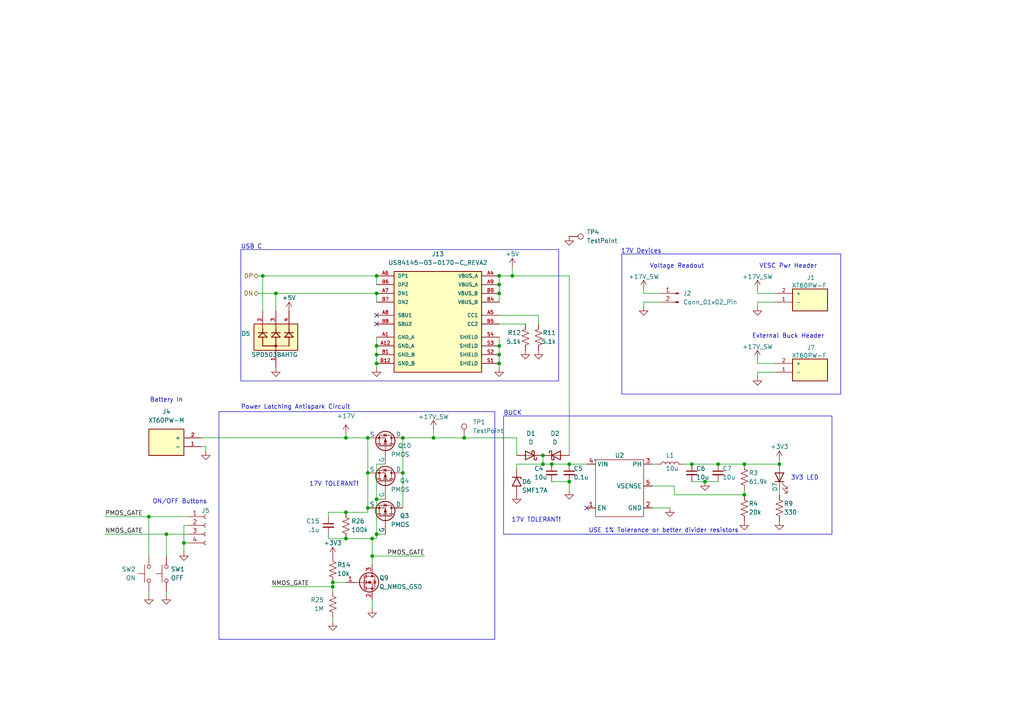
<source format=kicad_sch>
(kicad_sch (version 20231120) (generator "eeschema") (generator_version "8.0")
  (paper "A4")
  (lib_symbols
    (symbol "Connector:Conn_01x02_Pin" (pin_names (offset 1.016) hide)
      (property "Reference" "J" (at 0 2.54 0))
      (property "Value" "Conn_01x02_Pin" (at 0 -5.08 0))
      (symbol "Conn_01x02_Pin_1_1"
        (polyline (pts (xy 1.27 -2.54) (xy 0.8636 -2.54)) (stroke (width 0.1524)))
        (polyline (pts (xy 1.27 0) (xy 0.8636 0)) (stroke (width 0.1524)))
        (rectangle (start 0.8636 -2.413) (end 0 -2.667) (stroke (width 0.1524)) (fill (type outline)))
        (rectangle (start 0.8636 0.127) (end 0 -0.127) (stroke (width 0.1524)) (fill (type outline)))
        (pin passive line (at 5.08 0 180) (length 3.81) (name "Pin_1") (number "1"))
        (pin passive line (at 5.08 -2.54 180) (length 3.81) (name "Pin_2") (number "2"))
      )
    )
    (symbol "Connector:Conn_01x04_Socket" (pin_names (offset 1.016) hide)
      (property "Reference" "J" (at 0 5.08 0))
      (property "Value" "Conn_01x04_Socket" (at 0 -7.62 0))
      (symbol "Conn_01x04_Socket_1_1"
        (arc (start 0 -4.572) (mid -0.5058 -5.08) (end 0 -5.588) (stroke (width 0.1524)))
        (arc (start 0 -2.032) (mid -0.5058 -2.54) (end 0 -3.048) (stroke (width 0.1524)))
        (polyline (pts (xy -1.27 -5.08) (xy -0.508 -5.08)) (stroke (width 0.1524)))
        (polyline (pts (xy -1.27 -2.54) (xy -0.508 -2.54)) (stroke (width 0.1524)))
        (polyline (pts (xy -1.27 0) (xy -0.508 0)) (stroke (width 0.1524)))
        (polyline (pts (xy -1.27 2.54) (xy -0.508 2.54)) (stroke (width 0.1524)))
        (arc (start 0 0.508) (mid -0.5058 0) (end 0 -0.508) (stroke (width 0.1524)))
        (arc (start 0 3.048) (mid -0.5058 2.54) (end 0 2.032) (stroke (width 0.1524)))
        (pin passive line (at -5.08 2.54 0) (length 3.81) (name "Pin_1") (number "1"))
        (pin passive line (at -5.08 0 0) (length 3.81) (name "Pin_2") (number "2"))
        (pin passive line (at -5.08 -2.54 0) (length 3.81) (name "Pin_3") (number "3"))
        (pin passive line (at -5.08 -5.08 0) (length 3.81) (name "Pin_4") (number "4"))
      )
    )
    (symbol "Connector:TestPoint" (pin_numbers hide) (pin_names (offset 0.762) hide)
      (property "Reference" "TP" (at 0 6.858 0))
      (property "Value" "TestPoint" (at 0 5.08 0))
      (symbol "TestPoint_0_1"
        (circle (center 0 3.302) (radius 0.762))
      )
      (symbol "TestPoint_1_1"
        (pin passive line (at 0 0 90) (length 2.54) (name "1") (number "1"))
      )
    )
    (symbol "Custom Symbols:USB4145-03-0170-C_REVA2" (pin_names (offset 1.016))
      (property "Reference" "J" (at -12.7 10.16 0))
      (property "Value" "USB4145-03-0170-C" (at -13.97 -21.59 0))
      (symbol "USB4145-03-0170-C_REVA2_0_0"
        (rectangle (start -12.7 10.16) (end 12.7 -19.05) (stroke (width 0.254)) (fill (type background)))
        (pin power_in line (at -17.78 -8.89 0) (length 5.08) (name "GND_A") (number "A1"))
        (pin power_in line (at -17.78 -11.43 0) (length 5.08) (name "GND_A") (number "A12"))
        (pin power_in line (at 17.78 8.89 180) (length 5.08) (name "VBUS_A") (number "A4"))
        (pin bidirectional line (at 17.78 -2.54 180) (length 5.08) (name "CC1") (number "A5"))
        (pin bidirectional line (at -17.78 8.89 0) (length 5.08) (name "DP1") (number "A6"))
        (pin bidirectional line (at -17.78 3.81 0) (length 5.08) (name "DN1") (number "A7"))
        (pin bidirectional line (at -17.78 -2.54 0) (length 5.08) (name "SBU1") (number "A8"))
        (pin power_in line (at 17.78 6.35 180) (length 5.08) (name "VBUS_A") (number "A9"))
        (pin power_in line (at -17.78 -13.97 0) (length 5.08) (name "GND_B") (number "B1"))
        (pin power_in line (at -17.78 -16.51 0) (length 5.08) (name "GND_B") (number "B12"))
        (pin power_in line (at 17.78 1.27 180) (length 5.08) (name "VBUS_B") (number "B4"))
        (pin bidirectional line (at 17.78 -5.08 180) (length 5.08) (name "CC2") (number "B5"))
        (pin bidirectional line (at -17.78 6.35 0) (length 5.08) (name "DP2") (number "B6"))
        (pin bidirectional line (at -17.78 1.27 0) (length 5.08) (name "DN2") (number "B7"))
        (pin bidirectional line (at -17.78 -5.08 0) (length 5.08) (name "SBU2") (number "B8"))
        (pin power_in line (at 17.78 3.81 180) (length 5.08) (name "VBUS_B") (number "B9"))
        (pin passive line (at 17.78 -16.51 180) (length 5.08) (name "SHIELD") (number "S1"))
        (pin passive line (at 17.78 -13.97 180) (length 5.08) (name "SHIELD") (number "S2"))
        (pin passive line (at 17.78 -11.43 180) (length 5.08) (name "SHIELD") (number "S3"))
        (pin passive line (at 17.78 -8.89 180) (length 5.08) (name "SHIELD") (number "S4"))
      )
    )
    (symbol "Device:C_Small" (pin_numbers hide) (pin_names (offset 0.254) hide)
      (property "Reference" "C" (at 0.254 1.778 0))
      (property "Value" "C_Small" (at 0.254 -2.032 0))
      (symbol "C_Small_0_1"
        (polyline (pts (xy -1.524 -0.508) (xy 1.524 -0.508)) (stroke (width 0.3302)))
        (polyline (pts (xy -1.524 0.508) (xy 1.524 0.508)) (stroke (width 0.3048)))
      )
      (symbol "C_Small_1_1"
        (pin passive line (at 0 2.54 270) (length 2.032) (name "~") (number "1"))
        (pin passive line (at 0 -2.54 90) (length 2.032) (name "~") (number "2"))
      )
    )
    (symbol "Device:D_Schottky" (pin_numbers hide) (pin_names (offset 1.016) hide)
      (property "Reference" "D" (at 0 2.54 0))
      (property "Value" "D_Schottky" (at 0 -2.54 0))
      (symbol "D_Schottky_0_1"
        (polyline (pts (xy 1.27 0) (xy -1.27 0)))
        (polyline (pts (xy 1.27 1.27) (xy 1.27 -1.27) (xy -1.27 0) (xy 1.27 1.27)) (stroke (width 0.254)))
        (polyline (pts (xy -1.905 0.635) (xy -1.905 1.27) (xy -1.27 1.27) (xy -1.27 -1.27) (xy -0.635 -1.27) (xy -0.635 -0.635)) (stroke (width 0.254)))
      )
      (symbol "D_Schottky_1_1"
        (pin passive line (at -3.81 0 0) (length 2.54) (name "K") (number "1"))
        (pin passive line (at 3.81 0 180) (length 2.54) (name "A") (number "2"))
      )
    )
    (symbol "Device:L" (pin_numbers hide) (pin_names (offset 1.016) hide)
      (property "Reference" "L" (at -1.27 0 90))
      (property "Value" "L" (at 1.905 0 90))
      (symbol "L_0_1"
        (arc (start 0 -2.54) (mid 0.6323 -1.905) (end 0 -1.27))
        (arc (start 0 -1.27) (mid 0.6323 -0.635) (end 0 0))
        (arc (start 0 0) (mid 0.6323 0.635) (end 0 1.27))
        (arc (start 0 1.27) (mid 0.6323 1.905) (end 0 2.54))
      )
      (symbol "L_1_1"
        (pin passive line (at 0 3.81 270) (length 1.27) (name "1") (number "1"))
        (pin passive line (at 0 -3.81 90) (length 1.27) (name "2") (number "2"))
      )
    )
    (symbol "Device:LED" (pin_numbers hide) (pin_names (offset 1.016) hide)
      (property "Reference" "D" (at 0 2.54 0))
      (property "Value" "LED" (at 0 -2.54 0))
      (symbol "LED_0_1"
        (polyline (pts (xy -1.27 -1.27) (xy -1.27 1.27)) (stroke (width 0.254)))
        (polyline (pts (xy -1.27 0) (xy 1.27 0)))
        (polyline (pts (xy 1.27 -1.27) (xy 1.27 1.27) (xy -1.27 0) (xy 1.27 -1.27)) (stroke (width 0.254)))
        (polyline (pts (xy -3.048 -0.762) (xy -4.572 -2.286) (xy -3.81 -2.286) (xy -4.572 -2.286) (xy -4.572 -1.524)))
        (polyline (pts (xy -1.778 -0.762) (xy -3.302 -2.286) (xy -2.54 -2.286) (xy -3.302 -2.286) (xy -3.302 -1.524)))
      )
      (symbol "LED_1_1"
        (pin passive line (at -3.81 0 0) (length 2.54) (name "K") (number "1"))
        (pin passive line (at 3.81 0 180) (length 2.54) (name "A") (number "2"))
      )
    )
    (symbol "Device:Q_NMOS_GSD" (pin_names (offset 0) hide)
      (property "Reference" "Q" (at 5.08 1.27 0))
      (property "Value" "Q_NMOS_GSD" (at 5.08 -1.27 0))
      (symbol "Q_NMOS_GSD_0_1"
        (polyline (pts (xy 0.254 0) (xy -2.54 0)))
        (polyline (pts (xy 0.254 1.905) (xy 0.254 -1.905)) (stroke (width 0.254)))
        (polyline (pts (xy 0.762 -1.27) (xy 0.762 -2.286)) (stroke (width 0.254)))
        (polyline (pts (xy 0.762 0.508) (xy 0.762 -0.508)) (stroke (width 0.254)))
        (polyline (pts (xy 0.762 2.286) (xy 0.762 1.27)) (stroke (width 0.254)))
        (polyline (pts (xy 2.54 2.54) (xy 2.54 1.778)))
        (polyline (pts (xy 2.54 -2.54) (xy 2.54 0) (xy 0.762 0)))
        (polyline (pts (xy 0.762 -1.778) (xy 3.302 -1.778) (xy 3.302 1.778) (xy 0.762 1.778)))
        (polyline (pts (xy 1.016 0) (xy 2.032 0.381) (xy 2.032 -0.381) (xy 1.016 0)) (fill (type outline)))
        (polyline (pts (xy 2.794 0.508) (xy 2.921 0.381) (xy 3.683 0.381) (xy 3.81 0.254)))
        (polyline (pts (xy 3.302 0.381) (xy 2.921 -0.254) (xy 3.683 -0.254) (xy 3.302 0.381)))
        (circle (center 1.651 0) (radius 2.794) (stroke (width 0.254)))
        (circle (center 2.54 -1.778) (radius 0.254) (fill (type outline)))
        (circle (center 2.54 1.778) (radius 0.254) (fill (type outline)))
      )
      (symbol "Q_NMOS_GSD_1_1"
        (pin input line (at -5.08 0 0) (length 2.54) (name "G") (number "1"))
        (pin passive line (at 2.54 -5.08 90) (length 2.54) (name "S") (number "2"))
        (pin passive line (at 2.54 5.08 270) (length 2.54) (name "D") (number "3"))
      )
    )
    (symbol "Device:R_US" (pin_numbers hide) (pin_names (offset 0))
      (property "Reference" "R" (at 2.54 0 90))
      (property "Value" "R" (at -2.54 0 90))
      (symbol "R_US_0_1"
        (polyline (pts (xy 0 -2.286) (xy 0 -2.54)))
        (polyline (pts (xy 0 2.286) (xy 0 2.54)))
        (polyline (pts (xy 0 -0.762) (xy 1.016 -1.143) (xy 0 -1.524) (xy -1.016 -1.905) (xy 0 -2.286)))
        (polyline (pts (xy 0 0.762) (xy 1.016 0.381) (xy 0 0) (xy -1.016 -0.381) (xy 0 -0.762)))
        (polyline (pts (xy 0 2.286) (xy 1.016 1.905) (xy 0 1.524) (xy -1.016 1.143) (xy 0 0.762)))
      )
      (symbol "R_US_1_1"
        (pin passive line (at 0 3.81 270) (length 1.27) (name "~") (number "1"))
        (pin passive line (at 0 -3.81 90) (length 1.27) (name "~") (number "2"))
      )
    )
    (symbol "Diode:SMF17A" (pin_numbers hide) (pin_names (offset 1.016) hide)
      (property "Reference" "D" (at 0 2.54 0))
      (property "Value" "SMF17A" (at 0 -2.54 0))
      (symbol "SMF17A_0_1"
        (polyline (pts (xy -0.762 1.27) (xy -1.27 1.27) (xy -1.27 -1.27)) (stroke (width 0.254)))
        (polyline (pts (xy 1.27 1.27) (xy 1.27 -1.27) (xy -1.27 0) (xy 1.27 1.27)) (stroke (width 0.254)))
      )
      (symbol "SMF17A_1_1"
        (pin passive line (at -3.81 0 0) (length 2.54) (name "A1") (number "1"))
        (pin passive line (at 3.81 0 180) (length 2.54) (name "A2") (number "2"))
      )
    )
    (symbol "ESD Prot:SP0503BAHTG" (pin_names (offset 1.016))
      (property "Reference" "D" (at -5.4057 5.6059 0))
      (property "Value" "SP0503BAHTG" (at -3.81 -11.43 0))
      (symbol "SP0503BAHTG_0_0"
        (rectangle (start -1.27 3.81) (end 6.35 -8.89) (stroke (width 0.254)) (fill (type background)))
        (circle (center 0 -2.54) (radius 0.254) (stroke (width 0.254)))
        (polyline (pts (xy 0 -6.35) (xy 0 -2.54)) (stroke (width 0.254)))
        (polyline (pts (xy 0 -6.35) (xy 2.54 -6.35)) (stroke (width 0.254)))
        (polyline (pts (xy 0 -2.54) (xy 2.54 -2.54)) (stroke (width 0.254)))
        (polyline (pts (xy 0 1.27) (xy 2.54 1.27)) (stroke (width 0.254)))
        (polyline (pts (xy 2.54 -7.62) (xy 2.54 -6.35)) (stroke (width 0.254)))
        (polyline (pts (xy 2.54 -6.35) (xy 2.54 -5.08)) (stroke (width 0.254)))
        (polyline (pts (xy 2.54 -5.08) (xy 3.81 -6.35)) (stroke (width 0.254)))
        (polyline (pts (xy 2.54 -3.81) (xy 3.81 -2.54)) (stroke (width 0.254)))
        (polyline (pts (xy 2.54 -2.54) (xy 2.54 -3.81)) (stroke (width 0.254)))
        (polyline (pts (xy 2.54 -2.54) (xy 2.54 -1.27)) (stroke (width 0.254)))
        (polyline (pts (xy 2.54 0) (xy 2.54 2.54)) (stroke (width 0.254)))
        (polyline (pts (xy 2.54 0) (xy 3.81 1.27)) (stroke (width 0.254)))
        (polyline (pts (xy 2.54 1.27) (xy 2.54 0)) (stroke (width 0.254)))
        (polyline (pts (xy 3.81 -6.35) (xy 2.54 -7.62)) (stroke (width 0.254)))
        (polyline (pts (xy 3.81 -6.35) (xy 3.81 -7.62)) (stroke (width 0.254)))
        (polyline (pts (xy 3.81 -6.35) (xy 3.81 -5.08)) (stroke (width 0.254)))
        (polyline (pts (xy 3.81 -2.54) (xy 2.54 -1.27)) (stroke (width 0.254)))
        (polyline (pts (xy 3.81 -2.54) (xy 3.81 -3.81)) (stroke (width 0.254)))
        (polyline (pts (xy 3.81 -2.54) (xy 5.08 -2.54)) (stroke (width 0.254)))
        (polyline (pts (xy 3.81 -1.27) (xy 3.81 -2.54)) (stroke (width 0.254)))
        (polyline (pts (xy 3.81 1.27) (xy 2.54 2.54)) (stroke (width 0.254)))
        (polyline (pts (xy 3.81 1.27) (xy 3.81 0)) (stroke (width 0.254)))
        (polyline (pts (xy 3.81 1.27) (xy 5.08 1.27)) (stroke (width 0.254)))
        (polyline (pts (xy 3.81 2.54) (xy 3.81 1.27)) (stroke (width 0.254)))
        (polyline (pts (xy 5.08 -6.35) (xy 3.81 -6.35)) (stroke (width 0.254)))
        (pin passive line (at -6.35 -2.54 0) (length 5.08) (name "~") (number "1"))
        (pin passive line (at 10.16 -6.35 180) (length 5.08) (name "~") (number "2"))
        (pin passive line (at 10.16 -2.54 180) (length 5.08) (name "~") (number "3"))
        (pin passive line (at 10.16 1.27 180) (length 5.08) (name "~") (number "4"))
      )
      (symbol "SP0503BAHTG_0_1"
        (polyline (pts (xy -1.27 -2.54) (xy 0 -2.54)))
        (polyline (pts (xy 0 1.27) (xy 0 -2.54)))
      )
    )
    (symbol "GND_1" (power) (pin_numbers hide) (pin_names (offset 0) hide)
      (property "Value" "GND" (at 0 -3.81 0))
      (symbol "GND_1_0_1"
        (polyline (pts (xy 0 0) (xy 0 -1.27) (xy 1.27 -1.27) (xy 0 -2.54) (xy -1.27 -1.27) (xy 0 -1.27)))
      )
      (symbol "GND_1_1_1"
        (pin power_in line (at 0 0 270) (length 0) (name "~") (number "1"))
      )
    )
    (symbol "GND_2" (power) (pin_numbers hide) (pin_names (offset 0) hide)
      (symbol "GND_2_0_1"
        (polyline (pts (xy 0 0) (xy 0 -1.27) (xy 1.27 -1.27) (xy 0 -2.54) (xy -1.27 -1.27) (xy 0 -1.27)))
      )
      (symbol "GND_2_1_1"
        (pin power_in line (at 0 0 270) (length 0) (name "~") (number "1"))
      )
    )
    (symbol "New_Library:TPS560200"
      (property "Reference" "U" (at 0 1.27 0))
      (symbol "TPS560200_0_1"
        (rectangle (start 0 0) (end 13.97 -16.51))
      )
      (symbol "TPS560200_1_1"
        (pin input line (at -2.54 -13.97 0) (length 2.54) (name "EN") (number "1"))
        (pin input line (at 16.51 -13.97 180) (length 2.54) (name "GND") (number "2"))
        (pin input line (at 16.51 -1.27 180) (length 2.54) (name "PH") (number "3"))
        (pin input line (at -2.54 -1.27 0) (length 2.54) (name "VIN") (number "4"))
        (pin input line (at 16.51 -7.62 180) (length 2.54) (name "VSENSE") (number "5"))
      )
    )
    (symbol "R_US_1" (pin_numbers hide) (pin_names (offset 0))
      (property "Reference" "R" (at 2.54 0 90))
      (property "Value" "R_US" (at -2.54 0 90))
      (symbol "R_US_1_0_1"
        (polyline (pts (xy 0 -2.286) (xy 0 -2.54)))
        (polyline (pts (xy 0 2.286) (xy 0 2.54)))
        (polyline (pts (xy 0 -0.762) (xy 1.016 -1.143) (xy 0 -1.524) (xy -1.016 -1.905) (xy 0 -2.286)))
        (polyline (pts (xy 0 0.762) (xy 1.016 0.381) (xy 0 0) (xy -1.016 -0.381) (xy 0 -0.762)))
        (polyline (pts (xy 0 2.286) (xy 1.016 1.905) (xy 0 1.524) (xy -1.016 1.143) (xy 0 0.762)))
      )
      (symbol "R_US_1_1_1"
        (pin passive line (at 0 3.81 270) (length 1.27) (name "~") (number "1"))
        (pin passive line (at 0 -3.81 90) (length 1.27) (name "~") (number "2"))
      )
    )
    (symbol "Simulation_SPICE:PMOS" (pin_numbers hide) (pin_names (offset 0))
      (property "Reference" "Q1" (at 8.89 -1.27 0))
      (property "Value" "PMOS" (at 7.62 1.27 0))
      (symbol "PMOS_0_1"
        (polyline (pts (xy 0.254 0) (xy -2.54 0)))
        (polyline (pts (xy 0.254 1.905) (xy 0.254 -1.905)) (stroke (width 0.254)))
        (polyline (pts (xy 0.762 -1.27) (xy 0.762 -2.286)) (stroke (width 0.254)))
        (polyline (pts (xy 0.762 0.508) (xy 0.762 -0.508)) (stroke (width 0.254)))
        (polyline (pts (xy 0.762 2.286) (xy 0.762 1.27)) (stroke (width 0.254)))
        (polyline (pts (xy 2.54 2.54) (xy 2.54 1.778)))
        (polyline (pts (xy 2.54 -2.54) (xy 2.54 0) (xy 0.762 0)))
        (polyline (pts (xy 0.762 1.778) (xy 3.302 1.778) (xy 3.302 -1.778) (xy 0.762 -1.778)))
        (polyline (pts (xy 2.286 0) (xy 1.27 0.381) (xy 1.27 -0.381) (xy 2.286 0)) (fill (type outline)))
        (polyline (pts (xy 2.794 -0.508) (xy 2.921 -0.381) (xy 3.683 -0.381) (xy 3.81 -0.254)))
        (polyline (pts (xy 3.302 -0.381) (xy 2.921 0.254) (xy 3.683 0.254) (xy 3.302 -0.381)))
        (circle (center 1.651 0) (radius 2.794) (stroke (width 0.254)))
        (circle (center 2.54 -1.778) (radius 0.254) (fill (type outline)))
        (circle (center 2.54 1.778) (radius 0.254) (fill (type outline)))
      )
      (symbol "PMOS_1_0"
        (pin passive line (at -5.08 0 0) (length 2.54) (name "G") (number "4"))
        (pin passive line (at 2.54 5.08 270) (length 2.54) (name "D") (number "5"))
      )
      (symbol "PMOS_1_1"
        (pin input line (at 2.54 -5.08 90) (length 2.54) hide (name "S") (number "1"))
        (pin passive line (at 2.54 -5.08 90) (length 2.54) hide (name "S") (number "2"))
        (pin passive line (at 2.54 -5.08 90) (length 2.54) (name "S") (number "3"))
      )
    )
    (symbol "Switch:SW_Push" (pin_numbers hide) (pin_names (offset 1.016) hide)
      (property "Reference" "SW" (at 1.27 2.54 0))
      (property "Value" "SW_Push" (at 0 -1.524 0))
      (symbol "SW_Push_0_1"
        (circle (center -2.032 0) (radius 0.508))
        (polyline (pts (xy 0 1.27) (xy 0 3.048)))
        (polyline (pts (xy 2.54 1.27) (xy -2.54 1.27)))
        (circle (center 2.032 0) (radius 0.508))
        (pin passive line (at -5.08 0 0) (length 2.54) (name "1") (number "1"))
        (pin passive line (at 5.08 0 180) (length 2.54) (name "2") (number "2"))
      )
    )
    (symbol "XT60PW-F:XT60PW-F" (pin_names (offset 1.016))
      (property "Reference" "J" (at -0.762 7.874 0))
      (property "Value" "XT60PW-F" (at -4.826 7.112 0))
      (symbol "XT60PW-F_0_0"
        (rectangle (start -5.08 5.08) (end 5.08 -1.27) (stroke (width 0.254)) (fill (type background)))
      )
      (symbol "XT60PW-F_1_0"
        (pin passive line (at -10.16 1.27 0) (length 5.08) (name "-") (number "1"))
        (pin passive line (at -10.16 3.81 0) (length 5.08) (name "+") (number "2"))
      )
    )
    (symbol "XT60PW-M:XT60PW-M" (pin_names (offset 1.016))
      (property "Reference" "J" (at -5.08 5.7234 0))
      (property "Value" "XT60PW-M" (at -5.08 -5.0923 0))
      (symbol "XT60PW-M_0_0"
        (rectangle (start -5.08 5.08) (end 5.08 -2.54) (stroke (width 0.254)) (fill (type background)))
      )
      (symbol "XT60PW-M_1_0"
        (pin passive line (at -10.16 0 0) (length 5.08) (name "-") (number "1"))
        (pin passive line (at -10.16 2.54 0) (length 5.08) (name "+") (number "2"))
      )
    )
    (symbol "power:+15V" (power) (pin_numbers hide) (pin_names (offset 0) hide)
      (property "Value" "+15V" (at 0 3.556 0))
      (symbol "+15V_0_1"
        (polyline (pts (xy -0.762 1.27) (xy 0 2.54)))
        (polyline (pts (xy 0 0) (xy 0 2.54)))
        (polyline (pts (xy 0 2.54) (xy 0.762 1.27)))
      )
      (symbol "+15V_1_1"
        (pin power_in line (at 0 0 90) (length 0) (name "~") (number "1"))
      )
    )
    (symbol "power:+3V3" (power) (pin_names (offset 0))
      (property "Value" "+3V3" (at 0 3.556 0))
      (symbol "+3V3_0_1"
        (polyline (pts (xy -0.762 1.27) (xy 0 2.54)))
        (polyline (pts (xy 0 0) (xy 0 2.54)))
        (polyline (pts (xy 0 2.54) (xy 0.762 1.27)))
      )
      (symbol "+3V3_1_1"
        (pin power_in line (at 0 0 90) (length 0) hide (name "+3V3") (number "1"))
      )
    )
    (symbol "power:+5V" (power) (pin_names (offset 0))
      (property "Value" "+5V" (at 0 3.556 0))
      (symbol "+5V_0_1"
        (polyline (pts (xy -0.762 1.27) (xy 0 2.54)))
        (polyline (pts (xy 0 0) (xy 0 2.54)))
        (polyline (pts (xy 0 2.54) (xy 0.762 1.27)))
      )
      (symbol "+5V_1_1"
        (pin power_in line (at 0 0 90) (length 0) hide (name "+5V") (number "1"))
      )
    )
    (symbol "power:GND" (power) (pin_names (offset 0))
      (symbol "GND_0_1"
        (polyline (pts (xy 0 0) (xy 0 -1.27) (xy 1.27 -1.27) (xy 0 -2.54) (xy -1.27 -1.27) (xy 0 -1.27)))
      )
      (symbol "GND_1_1"
        (pin power_in line (at 0 0 270) (length 0) hide (name "GND") (number "1"))
      )
    )
  )
  (junction (at 107.95 156.21))
  (junction (at 165.1 134.62))
  (junction (at 107.95 161.29))
  (junction (at 116.84 137.16))
  (junction (at 125.73 127))
  (junction (at 144.78 105.41))
  (junction (at 109.22 100.33))
  (junction (at 96.52 170.18))
  (junction (at 109.22 85.09))
  (junction (at 204.47 139.7))
  (junction (at 157.48 132.08))
  (junction (at 148.59 80.01))
  (junction (at 226.06 134.62))
  (junction (at 144.78 102.87))
  (junction (at 76.2 80.01))
  (junction (at 109.22 105.41))
  (junction (at 144.78 82.55))
  (junction (at 106.68 147.32))
  (junction (at 109.22 80.01))
  (junction (at 208.28 134.62))
  (junction (at 100.33 127))
  (junction (at 100.33 156.21))
  (junction (at 144.78 85.09))
  (junction (at 106.68 137.16))
  (junction (at 100.33 148.59))
  (junction (at 109.22 144.78))
  (junction (at 109.22 154.94))
  (junction (at 106.68 127))
  (junction (at 109.22 102.87))
  (junction (at 160.02 134.62))
  (junction (at 144.78 80.01))
  (junction (at 80.01 85.09))
  (junction (at 134.62 127))
  (junction (at 215.9 143.51))
  (junction (at 116.84 127))
  (junction (at 200.66 134.62))
  (junction (at 157.48 134.62))
  (junction (at 53.34 157.48))
  (junction (at 48.26 154.94))
  (junction (at 165.1 139.7))
  (junction (at 215.9 134.62))
  (junction (at 96.52 168.91))
  (junction (at 144.78 100.33))
  (junction (at 43.18 149.86))
  (no_connect (at 170.18 147.32))
  (no_connect (at 109.22 93.98))
  (no_connect (at 109.22 91.44))
  (wire (pts (xy 195.58 143.51) (xy 215.9 143.51)))
  (wire (pts (xy 109.22 154.94) (xy 109.22 156.21)))
  (wire (pts (xy 30.48 149.86) (xy 43.18 149.86)))
  (wire (pts (xy 58.42 127) (xy 100.33 127)))
  (wire (pts (xy 144.78 82.55) (xy 144.78 85.09)))
  (wire (pts (xy 95.25 156.21) (xy 100.33 156.21)))
  (wire (pts (xy 96.52 168.91) (xy 100.33 168.91)))
  (wire (pts (xy 48.26 171.45) (xy 48.26 172.72)))
  (wire (pts (xy 109.22 102.87) (xy 109.22 105.41)))
  (wire (pts (xy 116.84 137.16) (xy 116.84 147.32)))
  (wire (pts (xy 149.86 127) (xy 149.86 132.08)))
  (wire (pts (xy 109.22 134.62) (xy 111.76 134.62)))
  (wire (pts (xy 160.02 139.7) (xy 165.1 139.7)))
  (wire (pts (xy 156.21 91.44) (xy 144.78 91.44)))
  (wire (pts (xy 53.34 157.48) (xy 54.61 157.48)))
  (wire (pts (xy 134.62 127) (xy 149.86 127)))
  (wire (pts (xy 208.28 134.62) (xy 215.9 134.62)))
  (wire (pts (xy 76.2 80.01) (xy 76.2 90.17)))
  (wire (pts (xy 107.95 161.29) (xy 123.19 161.29)))
  (wire (pts (xy 80.01 85.09) (xy 80.01 90.17)))
  (wire (pts (xy 189.23 147.32) (xy 194.31 147.32)))
  (wire (pts (xy 204.47 139.7) (xy 208.28 139.7)))
  (wire (pts (xy 109.22 154.94) (xy 111.76 154.94)))
  (wire (pts (xy 226.06 142.24) (xy 226.06 143.51)))
  (wire (pts (xy 144.78 102.87) (xy 144.78 105.41)))
  (wire (pts (xy 76.2 80.01) (xy 74.93 80.01)))
  (wire (pts (xy 78.74 170.18) (xy 96.52 170.18)))
  (wire (pts (xy 198.12 134.62) (xy 200.66 134.62)))
  (wire (pts (xy 195.58 140.97) (xy 195.58 143.51)))
  (wire (pts (xy 107.95 173.99) (xy 107.95 176.53)))
  (wire (pts (xy 152.4 93.98) (xy 144.78 93.98)))
  (wire (pts (xy 107.95 156.21) (xy 109.22 156.21)))
  (wire (pts (xy 106.68 147.32) (xy 106.68 148.59)))
  (wire (pts (xy 165.1 80.01) (xy 165.1 132.08)))
  (wire (pts (xy 95.25 149.86) (xy 95.25 148.59)))
  (wire (pts (xy 106.68 127) (xy 106.68 137.16)))
  (wire (pts (xy 96.52 179.07) (xy 96.52 180.34)))
  (wire (pts (xy 109.22 80.01) (xy 109.22 82.55)))
  (wire (pts (xy 219.71 105.41) (xy 219.71 104.14)))
  (wire (pts (xy 58.42 129.54) (xy 59.69 129.54)))
  (wire (pts (xy 48.26 154.94) (xy 54.61 154.94)))
  (wire (pts (xy 30.48 154.94) (xy 48.26 154.94)))
  (wire (pts (xy 109.22 100.33) (xy 109.22 102.87)))
  (wire (pts (xy 224.79 105.41) (xy 219.71 105.41)))
  (wire (pts (xy 109.22 144.78) (xy 109.22 134.62)))
  (wire (pts (xy 53.34 152.4) (xy 54.61 152.4)))
  (wire (pts (xy 53.34 157.48) (xy 53.34 152.4)))
  (wire (pts (xy 125.73 124.46) (xy 125.73 127)))
  (wire (pts (xy 116.84 127) (xy 116.84 137.16)))
  (wire (pts (xy 100.33 148.59) (xy 106.68 148.59)))
  (wire (pts (xy 191.77 85.09) (xy 186.69 85.09)))
  (wire (pts (xy 96.52 171.45) (xy 96.52 170.18)))
  (wire (pts (xy 149.86 135.89) (xy 149.86 134.62)))
  (wire (pts (xy 200.66 139.7) (xy 204.47 139.7)))
  (wire (pts (xy 144.78 85.09) (xy 144.78 87.63)))
  (wire (pts (xy 148.59 77.47) (xy 148.59 80.01)))
  (wire (pts (xy 156.21 93.98) (xy 156.21 91.44)))
  (wire (pts (xy 107.95 156.21) (xy 107.95 161.29)))
  (wire (pts (xy 219.71 85.09) (xy 219.71 83.82)))
  (wire (pts (xy 109.22 105.41) (xy 109.22 106.68)))
  (wire (pts (xy 43.18 171.45) (xy 43.18 172.72)))
  (wire (pts (xy 116.84 127) (xy 125.73 127)))
  (wire (pts (xy 189.23 134.62) (xy 190.5 134.62)))
  (wire (pts (xy 186.69 85.09) (xy 186.69 83.82)))
  (wire (pts (xy 109.22 97.79) (xy 109.22 100.33)))
  (wire (pts (xy 144.78 97.79) (xy 144.78 100.33)))
  (wire (pts (xy 144.78 105.41) (xy 144.78 106.68)))
  (wire (pts (xy 200.66 134.62) (xy 208.28 134.62)))
  (wire (pts (xy 95.25 148.59) (xy 100.33 148.59)))
  (wire (pts (xy 53.34 160.02) (xy 53.34 157.48)))
  (wire (pts (xy 111.76 144.78) (xy 109.22 144.78)))
  (wire (pts (xy 100.33 156.21) (xy 107.95 156.21)))
  (wire (pts (xy 59.69 129.54) (xy 59.69 130.81)))
  (wire (pts (xy 219.71 107.95) (xy 219.71 109.22)))
  (wire (pts (xy 125.73 127) (xy 134.62 127)))
  (wire (pts (xy 215.9 142.24) (xy 215.9 143.51)))
  (wire (pts (xy 160.02 134.62) (xy 165.1 134.62)))
  (wire (pts (xy 43.18 149.86) (xy 54.61 149.86)))
  (wire (pts (xy 80.01 85.09) (xy 109.22 85.09)))
  (wire (pts (xy 144.78 80.01) (xy 148.59 80.01)))
  (wire (pts (xy 76.2 80.01) (xy 109.22 80.01)))
  (wire (pts (xy 165.1 139.7) (xy 165.1 142.24)))
  (wire (pts (xy 144.78 100.33) (xy 144.78 102.87)))
  (wire (pts (xy 95.25 154.94) (xy 95.25 156.21)))
  (wire (pts (xy 148.59 80.01) (xy 165.1 80.01)))
  (wire (pts (xy 100.33 125.73) (xy 100.33 127)))
  (wire (pts (xy 165.1 134.62) (xy 170.18 134.62)))
  (wire (pts (xy 109.22 85.09) (xy 109.22 87.63)))
  (wire (pts (xy 224.79 107.95) (xy 219.71 107.95)))
  (wire (pts (xy 149.86 134.62) (xy 157.48 134.62)))
  (wire (pts (xy 107.95 161.29) (xy 107.95 163.83)))
  (wire (pts (xy 106.68 137.16) (xy 106.68 147.32)))
  (wire (pts (xy 191.77 87.63) (xy 186.69 87.63)))
  (wire (pts (xy 80.01 85.09) (xy 74.93 85.09)))
  (wire (pts (xy 157.48 134.62) (xy 160.02 134.62)))
  (wire (pts (xy 96.52 170.18) (xy 96.52 168.91)))
  (wire (pts (xy 186.69 87.63) (xy 186.69 88.9)))
  (wire (pts (xy 224.79 85.09) (xy 219.71 85.09)))
  (wire (pts (xy 189.23 140.97) (xy 195.58 140.97)))
  (wire (pts (xy 224.79 87.63) (xy 219.71 87.63)))
  (wire (pts (xy 144.78 80.01) (xy 144.78 82.55)))
  (wire (pts (xy 226.06 134.62) (xy 215.9 134.62)))
  (wire (pts (xy 43.18 149.86) (xy 43.18 161.29)))
  (wire (pts (xy 100.33 127) (xy 106.68 127)))
  (wire (pts (xy 219.71 87.63) (xy 219.71 88.9)))
  (wire (pts (xy 48.26 154.94) (xy 48.26 161.29)))
  (wire (pts (xy 157.48 132.08) (xy 157.48 134.62)))
  (wire (pts (xy 109.22 144.78) (xy 109.22 154.94)))
  (wire (pts (xy 226.06 133.35) (xy 226.06 134.62)))
  (rectangle (start 63.5 119.38) (end 143.51 185.42))
  (rectangle (start 180.34 73.66) (end 243.84 114.3))
  (rectangle (start 69.85 72.39) (end 162.052 110.49))
  (rectangle (start 146.05 120.65) (end 241.3 154.94))
  (text "Battery In" (at 48.26 116.84 0) (effects (font (size 1.27 1.27)) (justify bottom)))
  (text "BUCK " (at 146.05 120.65 0) (effects (font (size 1.27 1.27)) (justify left bottom)))
  (text "3V3 LED" (at 233.426 138.684 0) (effects (font (size 1.27 1.27))))
  (text "VESC Pwr Header" (at 228.6 77.978 0) (effects (font (size 1.27 1.27)) (justify bottom)))
  (text "USE 1% Tolerance or better divider resistors" (at 170.688 154.686 0) (effects (font (size 1.27 1.27)) (justify left bottom)))
  (text "Power Latching Antispark Circuit" (at 69.85 118.872 0) (effects (font (size 1.27 1.27)) (justify left bottom)))
  (text "17V TOLERANT!" (at 148.336 151.638 0) (effects (font (size 1.27 1.27)) (justify left bottom)))
  (text "USB C" (at 69.85 72.39 0) (effects (font (size 1.27 1.27)) (justify left bottom)))
  (text "External Buck Header" (at 228.6 98.298 0) (effects (font (size 1.27 1.27)) (justify bottom)))
  (text "Voltage Readout" (at 196.342 77.978 0) (effects (font (size 1.27 1.27)) (justify bottom)))
  (text "17V Devices" (at 180.086 73.66 0) (effects (font (size 1.27 1.27)) (justify left bottom)))
  (text "17V TOLERANT!" (at 89.662 141.224 0) (effects (font (size 1.27 1.27)) (justify left bottom)))
  (text "ON/OFF Buttons\n" (at 44.196 146.304 0) (effects (font (size 1.27 1.27)) (justify left bottom)))
  (label "NMOS_GATE" (at 78.74 170.18 0))
  (label "NMOS_GATE" (at 30.48 154.94 0))
  (label "PMOS_GATE" (at 30.48 149.86 0))
  (label "PMOS_GATE" (at 123.19 161.29 180))
  (hierarchical_label "DP" (shape bidirectional) (at 74.93 80.01 180))
  (hierarchical_label "DN" (shape bidirectional) (at 74.93 85.09 180))
  (symbol (lib_id "Device:Q_NMOS_GSD") (at 105.41 168.91 0) (unit 1)
    (property "Reference" "Q9" (at 109.982 167.64 0) (effects (justify left)))
    (property "Value" "Q_NMOS_GSD" (at 109.982 170.18 0) (effects (justify left)))
    (property "Footprint" "Package_TO_SOT_SMD:SOT-23" (effects (hide yes)))
    (property "Description" "N-MOSFET transistor, gate/source/drain" (effects (hide yes)))
    (property "MANUFACTURER" "PMV15UNEAR" (effects (hide yes)))
  )
  (symbol (lib_id "Device:C_Small") (at 165.1 137.16 0) (unit 1)
    (property "Reference" "C5" (at 166.37 135.89 0) (effects (justify left)))
    (property "Value" "0.1u" (at 166.37 138.43 0) (effects (justify left)))
    (property "Footprint" "Capacitor_SMD:C_0402_1005Metric" (effects (hide yes)))
    (property "MANUFACTURER" "GRM155R61H104KE14D" (effects (hide yes)))
  )
  (symbol (lib_id "power:+5V") (at 148.59 77.47 0) (mirror y) (unit 1)
    (property "Reference" "#PWR031" (effects (hide yes)))
    (property "Value" "+5V" (at 148.59 73.66 0))
  )
  (symbol (lib_id "power:+3V3") (at 96.52 161.29 0) (unit 1)
    (property "Reference" "#PWR024" (effects (hide yes)))
    (property "Value" "+3V3" (at 96.52 157.48 0))
  )
  (symbol (lib_id "Simulation_SPICE:PMOS") (at 111.76 139.7 270) (mirror x) (unit 1)
    (property "Reference" "Q4" (at 117.348 139.446 90))
    (property "Value" "PMOS" (at 116.078 141.986 90))
    (property "Footprint" "Package_SO:PowerPAK_SO-8_Single" (effects (hide yes)))
    (property "Datasheet" "https://ngspice.sourceforge.io/docs/ngspice-manual.pdf" (effects (hide yes)))
    (property "Sim.Device" "PMOS" (effects (hide yes)))
    (property "Sim.Type" "VDMOS" (effects (hide yes)))
    (property "Sim.Pins" "1=D 2=G 3=S" (effects (hide yes)))
    (property "MANUFACTURER" "SI7149ADP-T1-GE3" (effects (hide yes)))
  )
  (symbol (lib_id "Device:D_Schottky") (at 153.67 132.08 180) (unit 1)
    (property "Reference" "D1" (at 153.9875 125.73 0))
    (property "Value" "D" (at 153.9875 128.27 0))
    (property "Footprint" "Diode_SMD:D_SOD-123F" (effects (hide yes)))
    (property "Description" "Schottky diode" (effects (hide yes)))
    (property "Sim.Device" "D" (effects (hide yes)))
    (property "Sim.Pins" "1=K 2=A" (effects (hide yes)))
    (property "MANUFACTURER" "846-RB168MM-30CT-ND" (effects (hide yes)))
  )
  (symbol (lib_id "Connector:Conn_01x04_Socket") (at 59.69 152.4 0) (unit 1)
    (property "Reference" "J5" (at 58.42 148.082 0) (effects (justify left)))
    (property "Value" "Conn_01x04_Socket" (effects (hide yes)))
    (property "Footprint" "Connector_PinHeader_2.54mm:PinHeader_1x04_P2.54mm_Vertical" (effects (hide yes)))
    (property "Description" "Generic connector, single row, 01x04, script generated" (effects (hide yes)))
  )
  (symbol (lib_name "R_US_1") (lib_id "Device:R_US") (at 100.33 152.4 0) (unit 1)
    (property "Reference" "R26" (at 101.854 151.13 0) (effects (justify left)))
    (property "Value" "100k" (at 101.854 153.67 0) (effects (justify left)))
    (property "Footprint" "Resistor_SMD:R_0402_1005Metric" (effects (hide yes)))
    (property "Description" "Resistor, US symbol" (effects (hide yes)))
    (property "MANUFACTURER" "ERA-2AED104X" (effects (hide yes)))
  )
  (symbol (lib_id "Connector:TestPoint") (at 134.62 127 0) (unit 1)
    (property "Reference" "TP1" (at 137.16 122.4279 0) (effects (justify left)))
    (property "Value" "TestPoint" (at 137.16 124.9679 0) (effects (justify left)))
    (property "Footprint" "TestPoint:TestPoint_Pad_D1.5mm" (effects (hide yes)))
    (property "Description" "test point" (effects (hide yes)))
  )
  (symbol (lib_id "Custom Symbols:USB4145-03-0170-C_REVA2") (at 127 88.9 0) (unit 1)
    (property "Reference" "J13" (at 127 73.66 0))
    (property "Value" "USB4145-03-0170-C_REVA2" (at 127 76.2 0))
    (property "Footprint" "MyFootprints:GCT_USB4145-03-0170-C_REVA2" (effects (hide yes)))
    (property "Description" "\nType C USB 2.0 Connector\n" (effects (hide yes)))
    (property "MF" "Global Connector Technology" (effects (hide yes)))
    (property "MAXIMUM_PACKAGE_HEIGHT" "7.66mm" (effects (hide yes)))
    (property "Package" "None" (effects (hide yes)))
    (property "Price" "None" (effects (hide yes)))
    (property "Check_prices" "https://www.snapeda.com/parts/USB4145-03-0170-C/Global+Connector+Technology/view-part/?ref=eda" (effects (hide yes)))
    (property "STANDARD" "Manufacturer Recommendations" (effects (hide yes)))
    (property "PARTREV" "A2" (effects (hide yes)))
    (property "SnapEDA_Link" "https://www.snapeda.com/parts/USB4145-03-0170-C/Global+Connector+Technology/view-part/?ref=snap" (effects (hide yes)))
    (property "MP" "USB4145-03-0170-C" (effects (hide yes)))
    (property "MANUFACTURER" "USB4145-03-0170-C" (effects (hide yes)))
    (property "Availability" "In Stock" (effects (hide yes)))
    (property "SNAPEDA_PN" "USB4145-03-0170-C" (effects (hide yes)))
  )
  (symbol (lib_id "power:GND") (at 152.4 101.6 0) (mirror y) (unit 1)
    (property "Reference" "#PWR030" (effects (hide yes)))
    (property "Value" "GND" (effects (hide yes)))
  )
  (symbol (lib_id "Device:C_Small") (at 200.66 137.16 0) (unit 1)
    (property "Reference" "C6" (at 201.93 135.89 0) (effects (justify left)))
    (property "Value" "10u" (at 201.93 138.43 0) (effects (justify left)))
    (property "Footprint" "Capacitor_SMD:C_0805_2012Metric" (effects (hide yes)))
    (property "MANUFACTURER" "490-6473-1-ND" (effects (hide yes)))
  )
  (symbol (lib_id "power:GND") (at 109.22 106.68 0) (unit 1)
    (property "Reference" "#PWR071" (effects (hide yes)))
    (property "Value" "GND" (effects (hide yes)))
  )
  (symbol (lib_id "Switch:SW_Push") (at 43.18 166.37 90) (mirror x) (unit 1)
    (property "Reference" "SW2" (at 39.37 165.0999 90) (effects (justify left)))
    (property "Value" "ON" (at 39.37 167.6399 90) (effects (justify left)))
    (property "Footprint" "Button_Switch_SMD:SW_Push_1P1T_NO_Vertical_Wuerth_434133025816" (effects (hide yes)))
    (property "Description" "Push button switch, generic, two pins" (effects (hide yes)))
    (property "MANUFACTURER" "434133025816" (effects (hide yes)))
  )
  (symbol (lib_id "XT60PW-F:XT60PW-F") (at 234.95 88.9 0) (unit 1)
    (property "Reference" "J1" (at 235.204 80.518 0))
    (property "Value" "XT60PW-F" (at 234.696 82.804 0))
    (property "Footprint" "Connector_AMASS:AMASS_XT60PW-F_1x02_P7.20mm_Horizontal" (effects (hide yes)))
    (property "MF" "AMASS" (effects (hide yes)))
    (property "MAXIMUM_PACKAGE_HEIGHT" "8.4 mm" (effects (hide yes)))
    (property "Package" "Package" (effects (hide yes)))
    (property "Price" "None" (effects (hide yes)))
    (property "Check_prices" "https://www.snapeda.com/parts/XT60PW-F/AMASS/view-part/?ref=eda" (effects (hide yes)))
    (property "STANDARD" "Manufacturer Recommendations" (effects (hide yes)))
    (property "PARTREV" "V1.2" (effects (hide yes)))
    (property "SnapEDA_Link" "https://www.snapeda.com/parts/XT60PW-F/AMASS/view-part/?ref=snap" (effects (hide yes)))
    (property "MP" "XT60PW-F" (effects (hide yes)))
    (property "Description_1" "\n" (effects (hide yes)))
    (property "Availability" "Not in stock" (effects (hide yes)))
  )
  (symbol (lib_id "XT60PW-M:XT60PW-M") (at 48.26 129.54 0) (mirror y) (unit 1)
    (property "Reference" "J4" (at 48.26 119.38 0))
    (property "Value" "XT60PW-M" (at 48.26 121.92 0))
    (property "Footprint" "Connector_AMASS:AMASS_XT60PW-M_1x02_P7.20mm_Horizontal" (effects (hide yes)))
    (property "MF" "AMASS" (effects (hide yes)))
    (property "MAXIMUM_PACKAGE_HEIGHT" "8.4 mm" (effects (hide yes)))
    (property "Package" "Package" (effects (hide yes)))
    (property "Price" "None" (effects (hide yes)))
    (property "Check_prices" "https://www.snapeda.com/parts/XT60PW-M/AMASS/view-part/?ref=eda" (effects (hide yes)))
    (property "STANDARD" "Manufacturer recommendations" (effects (hide yes)))
    (property "PARTREV" "V1.2" (effects (hide yes)))
    (property "SnapEDA_Link" "https://www.snapeda.com/parts/XT60PW-M/AMASS/view-part/?ref=snap" (effects (hide yes)))
    (property "MP" "XT60PW-M" (effects (hide yes)))
    (property "Description_1" "\nSocket, DC supply, male, PIN: 2\n" (effects (hide yes)))
    (property "Availability" "Not in stock" (effects (hide yes)))
  )
  (symbol (lib_name "GND_1") (lib_id "power:GND") (at 107.95 176.53 0) (unit 1)
    (property "Reference" "#PWR050" (effects (hide yes)))
    (property "Value" "GND" (effects (hide yes)))
    (property "Description" "Power symbol creates a global label with name \"GND\" , ground" (effects (hide yes)))
  )
  (symbol (lib_id "power:GND") (at 59.69 130.81 0) (mirror y) (unit 1)
    (property "Reference" "#PWR05" (effects (hide yes)))
    (property "Value" "GND" (effects (hide yes)))
  )
  (symbol (lib_id "Connector:Conn_01x02_Pin") (at 196.85 85.09 0) (mirror y) (unit 1)
    (property "Reference" "J2" (at 198.12 85.0899 0) (effects (justify right)))
    (property "Value" "Conn_01x02_Pin" (at 198.12 87.6299 0) (effects (justify right)))
    (property "Footprint" "Connector_PinHeader_2.54mm:PinHeader_1x02_P2.54mm_Vertical" (effects (hide yes)))
    (property "Description" "Generic connector, single row, 01x02, script generated" (effects (hide yes)))
  )
  (symbol (lib_id "power:+15V") (at 219.71 104.14 0) (unit 1)
    (property "Reference" "#PWR016" (effects (hide yes)))
    (property "Value" "+17V_SW" (at 219.71 100.584 0))
    (property "Description" "Power symbol creates a global label with name \"+15V\"" (effects (hide yes)))
  )
  (symbol (lib_id "power:GND") (at 194.31 147.32 0) (unit 1)
    (property "Reference" "#PWR012" (effects (hide yes)))
    (property "Value" "GND" (effects (hide yes)))
  )
  (symbol (lib_id "power:GND") (at 149.86 143.51 0) (unit 1)
    (property "Reference" "#PWR068" (effects (hide yes)))
    (property "Value" "GND" (effects (hide yes)))
  )
  (symbol (lib_id "power:+15V") (at 125.73 124.46 0) (unit 1)
    (property "Reference" "#PWR04" (effects (hide yes)))
    (property "Value" "+17V_SW" (at 125.73 120.904 0))
    (property "Description" "Power symbol creates a global label with name \"+15V\"" (effects (hide yes)))
  )
  (symbol (lib_name "GND_1") (lib_id "power:GND") (at 96.52 180.34 0) (unit 1)
    (property "Reference" "#PWR048" (effects (hide yes)))
    (property "Value" "GND" (effects (hide yes)))
    (property "Description" "Power symbol creates a global label with name \"GND\" , ground" (effects (hide yes)))
  )
  (symbol (lib_name "GND_1") (lib_id "power:GND") (at 48.26 172.72 0) (unit 1)
    (property "Reference" "#PWR042" (effects (hide yes)))
    (property "Value" "GND" (effects (hide yes)))
    (property "Description" "Power symbol creates a global label with name \"GND\" , ground" (effects (hide yes)))
  )
  (symbol (lib_id "Device:R_US") (at 226.06 147.32 0) (unit 1)
    (property "Reference" "R9" (at 227.33 146.05 0) (effects (justify left)))
    (property "Value" "330" (at 227.33 148.59 0) (effects (justify left)))
    (property "Footprint" "Resistor_SMD:R_0402_1005Metric" (effects (hide yes)))
    (property "MANUFACTURER" "ERJ-2RKF3300X" (effects (hide yes)))
  )
  (symbol (lib_id "power:GND") (at 156.21 101.6 0) (mirror y) (unit 1)
    (property "Reference" "#PWR029" (effects (hide yes)))
    (property "Value" "GND" (effects (hide yes)))
  )
  (symbol (lib_id "power:GND") (at 165.1 142.24 0) (unit 1)
    (property "Reference" "#PWR011" (effects (hide yes)))
    (property "Value" "GND" (effects (hide yes)))
  )
  (symbol (lib_id "Simulation_SPICE:PMOS") (at 111.76 149.86 270) (mirror x) (unit 1)
    (property "Reference" "Q3" (at 117.348 149.606 90))
    (property "Value" "PMOS" (at 116.078 152.146 90))
    (property "Footprint" "Package_SO:PowerPAK_SO-8_Single" (effects (hide yes)))
    (property "Datasheet" "https://ngspice.sourceforge.io/docs/ngspice-manual.pdf" (effects (hide yes)))
    (property "Sim.Device" "PMOS" (effects (hide yes)))
    (property "Sim.Type" "VDMOS" (effects (hide yes)))
    (property "Sim.Pins" "1=D 2=G 3=S" (effects (hide yes)))
    (property "MANUFACTURER" "SI7149ADP-T1-GE3" (effects (hide yes)))
  )
  (symbol (lib_id "power:+15V") (at 219.71 83.82 0) (unit 1)
    (property "Reference" "#PWR01" (effects (hide yes)))
    (property "Value" "+17V_SW" (at 219.71 80.264 0))
    (property "Description" "Power symbol creates a global label with name \"+15V\"" (effects (hide yes)))
  )
  (symbol (lib_id "Device:R_US") (at 215.9 138.43 0) (unit 1)
    (property "Reference" "R3" (at 217.17 137.16 0) (effects (justify left)))
    (property "Value" "61.9k" (at 217.17 139.7 0) (effects (justify left)))
    (property "Footprint" "Resistor_SMD:R_0402_1005Metric" (effects (hide yes)))
    (property "MANUFACTURER" "P61.9KLCT-ND" (effects (hide yes)))
  )
  (symbol (lib_id "Device:R_US") (at 156.21 97.79 0) (mirror y) (unit 1)
    (property "Reference" "R11" (at 161.29 96.52 0) (effects (justify left)))
    (property "Value" "5.1k" (at 161.29 99.06 0) (effects (justify left)))
    (property "Footprint" "Resistor_SMD:R_0402_1005Metric" (effects (hide yes)))
    (property "MANUFACTURER" "P5.1KDECT-ND" (effects (hide yes)))
  )
  (symbol (lib_id "power:GND") (at 144.78 106.68 0) (unit 1)
    (property "Reference" "#PWR032" (effects (hide yes)))
    (property "Value" "GND" (effects (hide yes)))
  )
  (symbol (lib_id "Device:C_Small") (at 208.28 137.16 0) (unit 1)
    (property "Reference" "C7" (at 209.55 135.89 0) (effects (justify left)))
    (property "Value" "10u" (at 209.55 138.43 0) (effects (justify left)))
    (property "Footprint" "Capacitor_SMD:C_0805_2012Metric" (effects (hide yes)))
    (property "MANUFACTURER" "490-6473-1-ND" (effects (hide yes)))
  )
  (symbol (lib_id "Connector:TestPoint") (at 165.1 68.58 270) (unit 1)
    (property "Reference" "TP4" (at 170.18 67.3099 90) (effects (justify left)))
    (property "Value" "TestPoint" (at 170.18 69.8499 90) (effects (justify left)))
    (property "Footprint" "TestPoint:TestPoint_Pad_D1.5mm" (effects (hide yes)))
    (property "Description" "test point" (effects (hide yes)))
  )
  (symbol (lib_name "GND_1") (lib_id "power:GND") (at 53.34 160.02 0) (unit 1)
    (property "Reference" "#PWR018" (effects (hide yes)))
    (property "Value" "GND" (effects (hide yes)))
    (property "Description" "Power symbol creates a global label with name \"GND\" , ground" (effects (hide yes)))
  )
  (symbol (lib_name "GND_2") (lib_id "power:GND") (at 186.69 88.9 0) (unit 1)
    (property "Reference" "#PWR026" (effects (hide yes)))
    (property "Value" "GND" (effects (hide yes)))
    (property "Description" "Power symbol creates a global label with name \"GND\" , ground" (effects (hide yes)))
  )
  (symbol (lib_id "Device:R_US") (at 215.9 147.32 0) (unit 1)
    (property "Reference" "R4" (at 217.17 146.05 0) (effects (justify left)))
    (property "Value" "20k" (at 217.17 148.59 0) (effects (justify left)))
    (property "Footprint" "Resistor_SMD:R_0402_1005Metric" (effects (hide yes)))
    (property "MANUFACTURER" "P20.0KLCT-ND" (effects (hide yes)))
  )
  (symbol (lib_id "Device:L") (at 194.31 134.62 90) (unit 1)
    (property "Reference" "L1" (at 195.58 132.08 90) (effects (justify left)))
    (property "Value" "10u" (at 196.85 135.89 90) (effects (justify left)))
    (property "Footprint" "Inductor_SMD_Wurth:L_Wurth_WE-LQSH-2010" (effects (hide yes)))
    (property "MANUFACTURER" "732-10745-1-ND" (effects (hide yes)))
  )
  (symbol (lib_id "Switch:SW_Push") (at 48.26 166.37 90) (unit 1)
    (property "Reference" "SW1" (at 49.53 165.0999 90) (effects (justify right)))
    (property "Value" "OFF" (at 49.53 167.6399 90) (effects (justify right)))
    (property "Footprint" "Button_Switch_SMD:SW_Push_1P1T_NO_Vertical_Wuerth_434133025816" (effects (hide yes)))
    (property "Description" "Push button switch, generic, two pins" (effects (hide yes)))
    (property "MANUFACTURER" "434133025816" (effects (hide yes)))
  )
  (symbol (lib_name "GND_2") (lib_id "power:GND") (at 219.71 109.22 0) (unit 1)
    (property "Reference" "#PWR036" (effects (hide yes)))
    (property "Value" "GND" (effects (hide yes)))
    (property "Description" "Power symbol creates a global label with name \"GND\" , ground" (effects (hide yes)))
  )
  (symbol (lib_id "Device:R_US") (at 152.4 97.79 0) (mirror y) (unit 1)
    (property "Reference" "R12" (at 151.13 96.52 0) (effects (justify left)))
    (property "Value" "5.1k" (at 151.13 99.06 0) (effects (justify left)))
    (property "Footprint" "Resistor_SMD:R_0402_1005Metric" (effects (hide yes)))
    (property "MANUFACTURER" "P5.1KDECT-ND" (effects (hide yes)))
  )
  (symbol (lib_id "XT60PW-F:XT60PW-F") (at 234.95 109.22 0) (unit 1)
    (property "Reference" "J7" (at 235.204 100.838 0))
    (property "Value" "XT60PW-F" (at 234.696 103.124 0))
    (property "Footprint" "Connector_AMASS:AMASS_XT60PW-F_1x02_P7.20mm_Horizontal" (effects (hide yes)))
    (property "MF" "AMASS" (effects (hide yes)))
    (property "MAXIMUM_PACKAGE_HEIGHT" "8.4 mm" (effects (hide yes)))
    (property "Package" "Package" (effects (hide yes)))
    (property "Price" "None" (effects (hide yes)))
    (property "Check_prices" "https://www.snapeda.com/parts/XT60PW-F/AMASS/view-part/?ref=eda" (effects (hide yes)))
    (property "STANDARD" "Manufacturer Recommendations" (effects (hide yes)))
    (property "PARTREV" "V1.2" (effects (hide yes)))
    (property "SnapEDA_Link" "https://www.snapeda.com/parts/XT60PW-F/AMASS/view-part/?ref=snap" (effects (hide yes)))
    (property "MP" "XT60PW-F" (effects (hide yes)))
    (property "Description_1" "\n" (effects (hide yes)))
    (property "Availability" "Not in stock" (effects (hide yes)))
  )
  (symbol (lib_id "Device:R_US") (at 96.52 165.1 0) (unit 1)
    (property "Reference" "R14" (at 97.79 163.83 0) (effects (justify left)))
    (property "Value" "10k" (at 97.79 166.37 0) (effects (justify left)))
    (property "Footprint" "Resistor_SMD:R_0402_1005Metric" (effects (hide yes)))
    (property "MANUFACTURER" "P10.0KLCT-ND" (effects (hide yes)))
  )
  (symbol (lib_name "GND_1") (lib_id "power:GND") (at 43.18 172.72 0) (mirror y) (unit 1)
    (property "Reference" "#PWR043" (effects (hide yes)))
    (property "Value" "GND" (effects (hide yes)))
    (property "Description" "Power symbol creates a global label with name \"GND\" , ground" (effects (hide yes)))
  )
  (symbol (lib_id "ESD Prot:SP0503BAHTG") (at 82.55 100.33 270) (mirror x) (unit 1)
    (property "Reference" "D5" (at 72.644 96.774 90) (effects (justify right)))
    (property "Value" "SP0503BAHTG" (at 86.36 102.87 90) (effects (justify right)))
    (property "Footprint" "Package_TO_SOT_SMD:SOT-143" (effects (hide yes)))
    (property "MF" "Littelfuse" (effects (hide yes)))
    (property "DESCRIPTION" "TVS DIODE 5.5VWM 8.5VC SOT143" (effects (hide yes)))
    (property "PRICE" "0.46 USD" (effects (hide yes)))
    (property "MP" "SP0503BAHTG" (effects (hide yes)))
    (property "STANDARD" "IPC-7351B" (effects (hide yes)))
    (property "PARTREV" "N/A" (effects (hide yes)))
    (property "AVAILABILITY" "Good" (effects (hide yes)))
    (property "PACKAGE" "SOT-143 Littelfuse" (effects (hide yes)))
    (property "MANUFACTURER" "F2715CT-ND" (effects (hide yes)))
  )
  (symbol (lib_id "power:+15V") (at 186.69 83.82 0) (unit 1)
    (property "Reference" "#PWR025" (effects (hide yes)))
    (property "Value" "+17V_SW" (at 186.69 80.264 0))
    (property "Description" "Power symbol creates a global label with name \"+15V\"" (effects (hide yes)))
  )
  (symbol (lib_id "New_Library:TPS560200") (at 172.72 133.35 0) (unit 1)
    (property "Reference" "U2" (at 179.705 132.08 0))
    (property "Value" "~" (at 172.72 133.35 0))
    (property "Footprint" "Package_TO_SOT_SMD:SOT-23-5" (effects (hide yes)))
    (property "MANUFACTURER" "TPS560200DBVR" (effects (hide yes)))
  )
  (symbol (lib_id "power:GND") (at 165.1 68.58 0) (unit 1)
    (property "Reference" "#PWR065" (effects (hide yes)))
    (property "Value" "GND" (effects (hide yes)))
  )
  (symbol (lib_id "Diode:SMF17A") (at 149.86 139.7 270) (unit 1)
    (property "Reference" "D6" (at 151.384 139.7 90) (effects (justify left)))
    (property "Value" "SMF17A" (at 151.384 142.24 90) (effects (justify left)))
    (property "Footprint" "Diode_SMD:D_SOD-123F" (effects (hide yes)))
    (property "Datasheet" "https://www.vishay.com/doc?85881" (effects (hide yes)))
    (property "Description" "200W unidirectional Transil Transient Voltage Suppressor, 17Vrwm, SMF" (effects (hide yes)))
    (property "MANUFACTURER" "SMF17A_R1_00001" (effects (hide yes)))
  )
  (symbol (lib_id "Simulation_SPICE:PMOS") (at 111.76 129.54 270) (mirror x) (unit 1)
    (property "Reference" "Q10" (at 117.348 129.286 90))
    (property "Value" "PMOS" (at 116.078 131.826 90))
    (property "Footprint" "Package_SO:PowerPAK_SO-8_Single" (effects (hide yes)))
    (property "Datasheet" "https://ngspice.sourceforge.io/docs/ngspice-manual.pdf" (effects (hide yes)))
    (property "Sim.Device" "PMOS" (effects (hide yes)))
    (property "Sim.Type" "VDMOS" (effects (hide yes)))
    (property "Sim.Pins" "1=D 2=G 3=S" (effects (hide yes)))
    (property "MANUFACTURER" "SI7149ADP-T1-GE3" (effects (hide yes)))
  )
  (symbol (lib_id "power:+3V3") (at 226.06 133.35 0) (unit 1)
    (property "Reference" "#PWR014" (effects (hide yes)))
    (property "Value" "+3V3" (at 226.06 129.54 0))
  )
  (symbol (lib_id "power:+15V") (at 100.33 125.73 0) (unit 1)
    (property "Reference" "#PWR017" (effects (hide yes)))
    (property "Value" "+17V" (at 100.33 120.65 0))
    (property "Description" "Power symbol creates a global label with name \"+15V\"" (effects (hide yes)))
  )
  (symbol (lib_id "Device:D_Schottky") (at 161.29 132.08 0) (unit 1)
    (property "Reference" "D2" (at 160.9725 125.73 0))
    (property "Value" "D" (at 160.9725 128.27 0))
    (property "Footprint" "Diode_SMD:D_SOD-123F" (effects (hide yes)))
    (property "Description" "Schottky diode" (effects (hide yes)))
    (property "Sim.Device" "D" (effects (hide yes)))
    (property "Sim.Pins" "1=K 2=A" (effects (hide yes)))
    (property "MANUFACTURER" "846-RB168MM-30CT-ND" (effects (hide yes)))
  )
  (symbol (lib_name "R_US_1") (lib_id "Device:R_US") (at 96.52 175.26 0) (unit 1)
    (property "Reference" "R25" (at 93.98 173.9899 0) (effects (justify right)))
    (property "Value" "1M" (at 93.98 176.5299 0) (effects (justify right)))
    (property "Footprint" "Resistor_SMD:R_0402_1005Metric" (effects (hide yes)))
    (property "Description" "Resistor, US symbol" (effects (hide yes)))
    (property "MANUFACTURER" "ERJ-U02J105X" (effects (hide yes)))
  )
  (symbol (lib_id "Device:LED") (at 226.06 138.43 90) (unit 1)
    (property "Reference" "D7" (at 224.79 141.224 0))
    (property "Value" "LED" (effects (hide yes)))
    (property "Footprint" "LED_SMD:LED_0603_1608Metric" (effects (hide yes)))
    (property "Description" "Light emitting diode" (effects (hide yes)))
    (property "MANUFACTURER" "B1931NG--20D001114U1930" (effects (hide yes)))
  )
  (symbol (lib_id "power:+5V") (at 83.82 90.17 0) (mirror y) (unit 1)
    (property "Reference" "#PWR028" (effects (hide yes)))
    (property "Value" "+5V" (at 83.82 86.36 0))
  )
  (symbol (lib_id "power:GND") (at 204.47 139.7 0) (unit 1)
    (property "Reference" "#PWR013" (effects (hide yes)))
    (property "Value" "GND" (effects (hide yes)))
  )
  (symbol (lib_id "Device:C_Small") (at 160.02 137.16 0) (unit 1)
    (property "Reference" "C4" (at 154.94 135.89 0) (effects (justify left)))
    (property "Value" "10u" (at 154.94 138.43 0) (effects (justify left)))
    (property "Footprint" "Capacitor_SMD:C_0805_2012Metric" (effects (hide yes)))
    (property "MANUFACTURER" "490-6473-1-ND" (effects (hide yes)))
  )
  (symbol (lib_id "power:GND") (at 215.9 151.13 0) (unit 1)
    (property "Reference" "#PWR015" (effects (hide yes)))
    (property "Value" "GND" (effects (hide yes)))
  )
  (symbol (lib_id "Device:C_Small") (at 95.25 152.4 0) (unit 1)
    (property "Reference" "C15" (at 92.71 151.1362 0) (effects (justify right)))
    (property "Value" ".1u" (at 92.71 153.6762 0) (effects (justify right)))
    (property "Footprint" "Capacitor_SMD:C_0402_1005Metric" (effects (hide yes)))
    (property "Description" "Unpolarized capacitor, small symbol" (effects (hide yes)))
    (property "MANUFACTURER" "GRM155R61H104KE14D" (effects (hide yes)))
  )
  (symbol (lib_id "power:GND") (at 226.06 151.13 0) (unit 1)
    (property "Reference" "#PWR037" (effects (hide yes)))
    (property "Value" "GND" (effects (hide yes)))
  )
  (symbol (lib_id "power:GND") (at 80.01 106.68 0) (mirror y) (unit 1)
    (property "Reference" "#PWR027" (effects (hide yes)))
    (property "Value" "GND" (effects (hide yes)))
  )
  (symbol (lib_name "GND_2") (lib_id "power:GND") (at 219.71 88.9 0) (unit 1)
    (property "Reference" "#PWR020" (effects (hide yes)))
    (property "Value" "GND" (effects (hide yes)))
    (property "Description" "Power symbol creates a global label with name \"GND\" , ground" (effects (hide yes)))
  )
)
</source>
